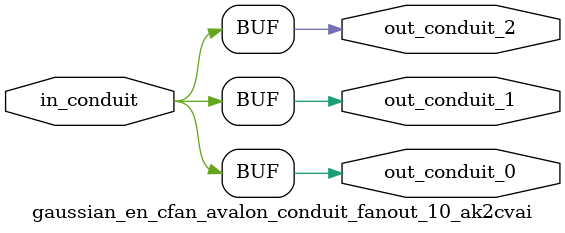
<source format=sv>


 


// --------------------------------------------------------------------------------
//| Avalon Conduit Fan-Out
// --------------------------------------------------------------------------------

// ------------------------------------------
// Generation parameters:
//   output_name:       gaussian_en_cfan_avalon_conduit_fanout_10_ak2cvai
//   numFanOut:         3
//   
// ------------------------------------------

module gaussian_en_cfan_avalon_conduit_fanout_10_ak2cvai (     

// Interface: out_conduit_0
 output                    out_conduit_0,
// Interface: out_conduit_1
 output                    out_conduit_1,
// Interface: out_conduit_2
 output                    out_conduit_2,

// Interface: in_conduit
 input                   in_conduit

);

   assign  out_conduit_0 = in_conduit;
   assign  out_conduit_1 = in_conduit;
   assign  out_conduit_2 = in_conduit;

endmodule //


</source>
